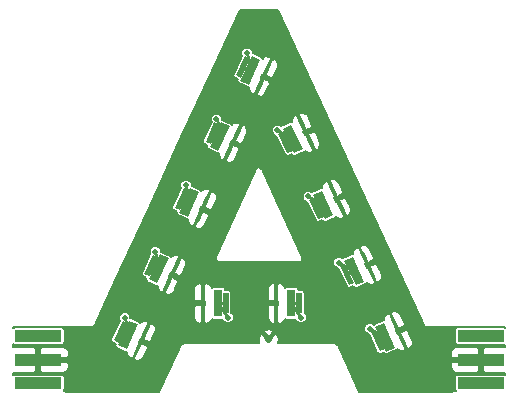
<source format=gtl>
G04 #@! TF.FileFunction,Copper,L1,Top,Signal*
%FSLAX46Y46*%
G04 Gerber Fmt 4.6, Leading zero omitted, Abs format (unit mm)*
G04 Created by KiCad (PCBNEW 4.0.0-rc2-stable) date 3/3/2016 3:07:13 PM*
%MOMM*%
G01*
G04 APERTURE LIST*
%ADD10C,0.150000*%
%ADD11C,0.500000*%
%ADD12R,0.500000X1.800000*%
%ADD13R,0.320000X2.300000*%
%ADD14R,0.800000X2.300000*%
%ADD15R,4.000000X1.000000*%
%ADD16C,0.600000*%
%ADD17C,0.254000*%
%ADD18C,0.152400*%
G04 APERTURE END LIST*
D10*
G36*
X65776097Y-24123475D02*
X66531023Y-22489435D01*
X66984923Y-22699137D01*
X66229997Y-24333177D01*
X65776097Y-24123475D01*
X65776097Y-24123475D01*
G37*
G36*
X67477769Y-25185038D02*
X68442395Y-23097097D01*
X68732891Y-23231306D01*
X67768265Y-25319247D01*
X67477769Y-25185038D01*
X67477769Y-25185038D01*
G37*
G36*
X66125147Y-24560127D02*
X67089773Y-22472187D01*
X67816013Y-22807709D01*
X66851387Y-24895649D01*
X66125147Y-24560127D01*
X66125147Y-24560127D01*
G37*
D11*
X66702233Y-22238066D03*
D10*
G36*
X63189047Y-29723164D02*
X63943973Y-28089124D01*
X64397873Y-28298826D01*
X63642947Y-29932866D01*
X63189047Y-29723164D01*
X63189047Y-29723164D01*
G37*
G36*
X64890719Y-30784727D02*
X65855345Y-28696786D01*
X66145841Y-28830995D01*
X65181215Y-30918936D01*
X64890719Y-30784727D01*
X64890719Y-30784727D01*
G37*
G36*
X63538097Y-30159816D02*
X64502723Y-28071876D01*
X65228963Y-28407398D01*
X64264337Y-30495338D01*
X63538097Y-30159816D01*
X63538097Y-30159816D01*
G37*
D11*
X64115183Y-27837755D03*
D10*
G36*
X60601997Y-35322856D02*
X61356923Y-33688816D01*
X61810823Y-33898518D01*
X61055897Y-35532558D01*
X60601997Y-35322856D01*
X60601997Y-35322856D01*
G37*
G36*
X62303669Y-36384419D02*
X63268295Y-34296478D01*
X63558791Y-34430687D01*
X62594165Y-36518628D01*
X62303669Y-36384419D01*
X62303669Y-36384419D01*
G37*
G36*
X60951047Y-35759508D02*
X61915673Y-33671568D01*
X62641913Y-34007090D01*
X61677287Y-36095030D01*
X60951047Y-35759508D01*
X60951047Y-35759508D01*
G37*
D11*
X61528133Y-33437447D03*
D10*
G36*
X58014937Y-40922551D02*
X58769863Y-39288511D01*
X59223763Y-39498213D01*
X58468837Y-41132253D01*
X58014937Y-40922551D01*
X58014937Y-40922551D01*
G37*
G36*
X59716609Y-41984114D02*
X60681235Y-39896173D01*
X60971731Y-40030382D01*
X60007105Y-42118323D01*
X59716609Y-41984114D01*
X59716609Y-41984114D01*
G37*
G36*
X58363987Y-41359203D02*
X59328613Y-39271263D01*
X60054853Y-39606785D01*
X59090227Y-41694725D01*
X58363987Y-41359203D01*
X58363987Y-41359203D01*
G37*
D11*
X58941073Y-39037142D03*
D10*
G36*
X55427883Y-46522236D02*
X56182809Y-44888196D01*
X56636709Y-45097898D01*
X55881783Y-46731938D01*
X55427883Y-46522236D01*
X55427883Y-46522236D01*
G37*
G36*
X57129555Y-47583799D02*
X58094181Y-45495858D01*
X58384677Y-45630067D01*
X57420051Y-47718008D01*
X57129555Y-47583799D01*
X57129555Y-47583799D01*
G37*
G36*
X55776933Y-46958888D02*
X56741559Y-44870948D01*
X57467799Y-45206470D01*
X56503173Y-47294410D01*
X55776933Y-46958888D01*
X55776933Y-46958888D01*
G37*
D11*
X56354019Y-44636827D03*
D12*
X71085150Y-43417575D03*
D13*
X69185150Y-43417649D03*
D14*
X70435150Y-43417600D03*
D11*
X71285197Y-44617567D03*
D12*
X64884924Y-43417819D03*
D13*
X62984924Y-43417893D03*
D14*
X64234924Y-43417844D03*
D11*
X65084971Y-44617811D03*
D10*
G36*
X70122901Y-30691341D02*
X69363042Y-29059589D01*
X69816307Y-28848517D01*
X70576166Y-30480269D01*
X70122901Y-30691341D01*
X70122901Y-30691341D01*
G37*
G36*
X72032430Y-30077907D02*
X71061499Y-27992891D01*
X71351588Y-27857805D01*
X72322519Y-29942821D01*
X72032430Y-30077907D01*
X72032430Y-30077907D01*
G37*
G36*
X70681702Y-30706902D02*
X69710771Y-28621885D01*
X70435994Y-28284170D01*
X71406925Y-30369187D01*
X70681702Y-30706902D01*
X70681702Y-30706902D01*
G37*
D11*
X69281726Y-28766524D03*
D10*
G36*
X72730201Y-36290366D02*
X71970342Y-34658614D01*
X72423607Y-34447542D01*
X73183466Y-36079294D01*
X72730201Y-36290366D01*
X72730201Y-36290366D01*
G37*
G36*
X74639730Y-35676932D02*
X73668799Y-33591916D01*
X73958888Y-33456830D01*
X74929819Y-35541846D01*
X74639730Y-35676932D01*
X74639730Y-35676932D01*
G37*
G36*
X73289002Y-36305927D02*
X72318071Y-34220910D01*
X73043294Y-33883195D01*
X74014225Y-35968212D01*
X73289002Y-36305927D01*
X73289002Y-36305927D01*
G37*
D11*
X71889026Y-34365549D03*
D10*
G36*
X75337501Y-41889388D02*
X74577642Y-40257636D01*
X75030907Y-40046564D01*
X75790766Y-41678316D01*
X75337501Y-41889388D01*
X75337501Y-41889388D01*
G37*
G36*
X77247030Y-41275954D02*
X76276099Y-39190938D01*
X76566188Y-39055852D01*
X77537119Y-41140868D01*
X77247030Y-41275954D01*
X77247030Y-41275954D01*
G37*
G36*
X75896302Y-41904949D02*
X74925371Y-39819932D01*
X75650594Y-39482217D01*
X76621525Y-41567234D01*
X75896302Y-41904949D01*
X75896302Y-41904949D01*
G37*
D11*
X74496326Y-39964571D03*
D10*
G36*
X77944797Y-47488411D02*
X77184938Y-45856659D01*
X77638203Y-45645587D01*
X78398062Y-47277339D01*
X77944797Y-47488411D01*
X77944797Y-47488411D01*
G37*
G36*
X79854326Y-46874977D02*
X78883395Y-44789961D01*
X79173484Y-44654875D01*
X80144415Y-46739891D01*
X79854326Y-46874977D01*
X79854326Y-46874977D01*
G37*
G36*
X78503598Y-47503972D02*
X77532667Y-45418955D01*
X78257890Y-45081240D01*
X79228821Y-47166257D01*
X78503598Y-47503972D01*
X78503598Y-47503972D01*
G37*
D11*
X77103622Y-45563594D03*
D15*
X86521140Y-50192207D03*
X86521140Y-48192207D03*
X86521140Y-46192207D03*
D16*
X85521140Y-50192207D03*
X85521140Y-48192207D03*
X85521140Y-46192207D03*
D15*
X49020840Y-46192207D03*
X49020840Y-48192207D03*
X49020840Y-50192207D03*
D16*
X50020840Y-46192207D03*
X50020840Y-48192207D03*
X50020840Y-50192207D03*
D11*
X68524475Y-46448397D03*
D17*
X66380000Y-23410000D02*
X66970000Y-23680000D01*
X66380000Y-23410000D02*
X66970000Y-23680000D01*
X66380000Y-23410000D02*
X66970000Y-23680000D01*
X66380000Y-23410000D02*
X66970000Y-23680000D01*
X66380000Y-23410000D02*
X66970000Y-23680000D01*
X66380000Y-23410000D02*
X66970000Y-23680000D01*
X66380000Y-23410000D02*
X66970000Y-23680000D01*
X66380000Y-23410000D02*
X66970000Y-23680000D01*
X66380000Y-23410000D02*
X66970000Y-23680000D01*
X66970000Y-23680000D02*
X66700000Y-22240000D01*
X66970000Y-23680000D02*
X66700000Y-22240000D01*
X66970000Y-23680000D02*
X66700000Y-22240000D01*
X66970000Y-23680000D02*
X66700000Y-22240000D01*
X66970000Y-23680000D02*
X66700000Y-22240000D01*
X66970000Y-23680000D02*
X66700000Y-22240000D01*
X66970000Y-23680000D02*
X66700000Y-22240000D01*
X66970000Y-23680000D02*
X66700000Y-22240000D01*
X66970000Y-23680000D02*
X66700000Y-22240000D01*
X63790000Y-29010000D02*
X64380000Y-29280000D01*
X63790000Y-29010000D02*
X64380000Y-29280000D01*
X63790000Y-29010000D02*
X64380000Y-29280000D01*
X63790000Y-29010000D02*
X64380000Y-29280000D01*
X63790000Y-29010000D02*
X64380000Y-29280000D01*
X63790000Y-29010000D02*
X64380000Y-29280000D01*
X63790000Y-29010000D02*
X64380000Y-29280000D01*
X63790000Y-29010000D02*
X64380000Y-29280000D01*
X63790000Y-29010000D02*
X64380000Y-29280000D01*
X64380000Y-29280000D02*
X64120000Y-27840000D01*
X64380000Y-29280000D02*
X64120000Y-27840000D01*
X64380000Y-29280000D02*
X64120000Y-27840000D01*
X64380000Y-29280000D02*
X64120000Y-27840000D01*
X64380000Y-29280000D02*
X64120000Y-27840000D01*
X64380000Y-29280000D02*
X64120000Y-27840000D01*
X64380000Y-29280000D02*
X64120000Y-27840000D01*
X64380000Y-29280000D02*
X64120000Y-27840000D01*
X64380000Y-29280000D02*
X64120000Y-27840000D01*
X61210000Y-34610000D02*
X61800000Y-34880000D01*
X61210000Y-34610000D02*
X61800000Y-34880000D01*
X61210000Y-34610000D02*
X61800000Y-34880000D01*
X61210000Y-34610000D02*
X61800000Y-34880000D01*
X61210000Y-34610000D02*
X61800000Y-34880000D01*
X61210000Y-34610000D02*
X61800000Y-34880000D01*
X61210000Y-34610000D02*
X61800000Y-34880000D01*
X61210000Y-34610000D02*
X61800000Y-34880000D01*
X61210000Y-34610000D02*
X61800000Y-34880000D01*
X61800000Y-34880000D02*
X61530000Y-33440000D01*
X61800000Y-34880000D02*
X61530000Y-33440000D01*
X61800000Y-34880000D02*
X61530000Y-33440000D01*
X61800000Y-34880000D02*
X61530000Y-33440000D01*
X61800000Y-34880000D02*
X61530000Y-33440000D01*
X61800000Y-34880000D02*
X61530000Y-33440000D01*
X61800000Y-34880000D02*
X61530000Y-33440000D01*
X61800000Y-34880000D02*
X61530000Y-33440000D01*
X61800000Y-34880000D02*
X61530000Y-33440000D01*
X58620000Y-40210000D02*
X59210000Y-40480000D01*
X58620000Y-40210000D02*
X59210000Y-40480000D01*
X58620000Y-40210000D02*
X59210000Y-40480000D01*
X58620000Y-40210000D02*
X59210000Y-40480000D01*
X58620000Y-40210000D02*
X59210000Y-40480000D01*
X58620000Y-40210000D02*
X59210000Y-40480000D01*
X58620000Y-40210000D02*
X59210000Y-40480000D01*
X58620000Y-40210000D02*
X59210000Y-40480000D01*
X58620000Y-40210000D02*
X59210000Y-40480000D01*
X59210000Y-40480000D02*
X58940000Y-39040000D01*
X59210000Y-40480000D02*
X58940000Y-39040000D01*
X59210000Y-40480000D02*
X58940000Y-39040000D01*
X59210000Y-40480000D02*
X58940000Y-39040000D01*
X59210000Y-40480000D02*
X58940000Y-39040000D01*
X59210000Y-40480000D02*
X58940000Y-39040000D01*
X59210000Y-40480000D02*
X58940000Y-39040000D01*
X59210000Y-40480000D02*
X58940000Y-39040000D01*
X59210000Y-40480000D02*
X58940000Y-39040000D01*
X56030000Y-45810000D02*
X56620000Y-46080000D01*
X56030000Y-45810000D02*
X56620000Y-46080000D01*
X56030000Y-45810000D02*
X56620000Y-46080000D01*
X56030000Y-45810000D02*
X56620000Y-46080000D01*
X56030000Y-45810000D02*
X56620000Y-46080000D01*
X56030000Y-45810000D02*
X56620000Y-46080000D01*
X56030000Y-45810000D02*
X56620000Y-46080000D01*
X56030000Y-45810000D02*
X56620000Y-46080000D01*
X56030000Y-45810000D02*
X56620000Y-46080000D01*
X56620000Y-46080000D02*
X56350000Y-44640000D01*
X56620000Y-46080000D02*
X56350000Y-44640000D01*
X56620000Y-46080000D02*
X56350000Y-44640000D01*
X56620000Y-46080000D02*
X56350000Y-44640000D01*
X56620000Y-46080000D02*
X56350000Y-44640000D01*
X56620000Y-46080000D02*
X56350000Y-44640000D01*
X56620000Y-46080000D02*
X56350000Y-44640000D01*
X56620000Y-46080000D02*
X56350000Y-44640000D01*
X56620000Y-46080000D02*
X56350000Y-44640000D01*
X71090000Y-43420000D02*
X70440000Y-43420000D01*
X71090000Y-43420000D02*
X70440000Y-43420000D01*
X71090000Y-43420000D02*
X70440000Y-43420000D01*
X71090000Y-43420000D02*
X70440000Y-43420000D01*
X71090000Y-43420000D02*
X70440000Y-43420000D01*
X71090000Y-43420000D02*
X70440000Y-43420000D01*
X71090000Y-43420000D02*
X70440000Y-43420000D01*
X71090000Y-43420000D02*
X70440000Y-43420000D01*
X71090000Y-43420000D02*
X70440000Y-43420000D01*
X70440000Y-43420000D02*
X71290000Y-44620000D01*
X70440000Y-43420000D02*
X71290000Y-44620000D01*
X70440000Y-43420000D02*
X71290000Y-44620000D01*
X70440000Y-43420000D02*
X71290000Y-44620000D01*
X70440000Y-43420000D02*
X71290000Y-44620000D01*
X70440000Y-43420000D02*
X71290000Y-44620000D01*
X70440000Y-43420000D02*
X71290000Y-44620000D01*
X70440000Y-43420000D02*
X71290000Y-44620000D01*
X70440000Y-43420000D02*
X71290000Y-44620000D01*
X64880000Y-43420000D02*
X64230000Y-43420000D01*
X64880000Y-43420000D02*
X64230000Y-43420000D01*
X64880000Y-43420000D02*
X64230000Y-43420000D01*
X64880000Y-43420000D02*
X64230000Y-43420000D01*
X64880000Y-43420000D02*
X64230000Y-43420000D01*
X64880000Y-43420000D02*
X64230000Y-43420000D01*
X64880000Y-43420000D02*
X64230000Y-43420000D01*
X64880000Y-43420000D02*
X64230000Y-43420000D01*
X64880000Y-43420000D02*
X64230000Y-43420000D01*
X64230000Y-43420000D02*
X65080000Y-44620000D01*
X64230000Y-43420000D02*
X65080000Y-44620000D01*
X64230000Y-43420000D02*
X65080000Y-44620000D01*
X64230000Y-43420000D02*
X65080000Y-44620000D01*
X64230000Y-43420000D02*
X65080000Y-44620000D01*
X64230000Y-43420000D02*
X65080000Y-44620000D01*
X64230000Y-43420000D02*
X65080000Y-44620000D01*
X64230000Y-43420000D02*
X65080000Y-44620000D01*
X64230000Y-43420000D02*
X65080000Y-44620000D01*
X69970000Y-29770000D02*
X70560000Y-29500000D01*
X69970000Y-29770000D02*
X70560000Y-29500000D01*
X69970000Y-29770000D02*
X70560000Y-29500000D01*
X69970000Y-29770000D02*
X70560000Y-29500000D01*
X69970000Y-29770000D02*
X70560000Y-29500000D01*
X69970000Y-29770000D02*
X70560000Y-29500000D01*
X69970000Y-29770000D02*
X70560000Y-29500000D01*
X69970000Y-29770000D02*
X70560000Y-29500000D01*
X69970000Y-29770000D02*
X70560000Y-29500000D01*
X70560000Y-29500000D02*
X69280000Y-28770000D01*
X70560000Y-29500000D02*
X69280000Y-28770000D01*
X70560000Y-29500000D02*
X69280000Y-28770000D01*
X70560000Y-29500000D02*
X69280000Y-28770000D01*
X70560000Y-29500000D02*
X69280000Y-28770000D01*
X70560000Y-29500000D02*
X69280000Y-28770000D01*
X70560000Y-29500000D02*
X69280000Y-28770000D01*
X70560000Y-29500000D02*
X69280000Y-28770000D01*
X70560000Y-29500000D02*
X69280000Y-28770000D01*
X72580000Y-35370000D02*
X73170000Y-35090000D01*
X72580000Y-35370000D02*
X73170000Y-35090000D01*
X72580000Y-35370000D02*
X73170000Y-35090000D01*
X72580000Y-35370000D02*
X73170000Y-35090000D01*
X72580000Y-35370000D02*
X73170000Y-35090000D01*
X72580000Y-35370000D02*
X73170000Y-35090000D01*
X72580000Y-35370000D02*
X73170000Y-35090000D01*
X72580000Y-35370000D02*
X73170000Y-35090000D01*
X72580000Y-35370000D02*
X73170000Y-35090000D01*
X73170000Y-35090000D02*
X71890000Y-34370000D01*
X73170000Y-35090000D02*
X71890000Y-34370000D01*
X73170000Y-35090000D02*
X71890000Y-34370000D01*
X73170000Y-35090000D02*
X71890000Y-34370000D01*
X73170000Y-35090000D02*
X71890000Y-34370000D01*
X73170000Y-35090000D02*
X71890000Y-34370000D01*
X73170000Y-35090000D02*
X71890000Y-34370000D01*
X73170000Y-35090000D02*
X71890000Y-34370000D01*
X73170000Y-35090000D02*
X71890000Y-34370000D01*
X75180000Y-40970000D02*
X75770000Y-40690000D01*
X75180000Y-40970000D02*
X75770000Y-40690000D01*
X75180000Y-40970000D02*
X75770000Y-40690000D01*
X75180000Y-40970000D02*
X75770000Y-40690000D01*
X75180000Y-40970000D02*
X75770000Y-40690000D01*
X75180000Y-40970000D02*
X75770000Y-40690000D01*
X75180000Y-40970000D02*
X75770000Y-40690000D01*
X75180000Y-40970000D02*
X75770000Y-40690000D01*
X75180000Y-40970000D02*
X75770000Y-40690000D01*
X75770000Y-40690000D02*
X74500000Y-39960000D01*
X75770000Y-40690000D02*
X74500000Y-39960000D01*
X75770000Y-40690000D02*
X74500000Y-39960000D01*
X75770000Y-40690000D02*
X74500000Y-39960000D01*
X75770000Y-40690000D02*
X74500000Y-39960000D01*
X75770000Y-40690000D02*
X74500000Y-39960000D01*
X75770000Y-40690000D02*
X74500000Y-39960000D01*
X75770000Y-40690000D02*
X74500000Y-39960000D01*
X75770000Y-40690000D02*
X74500000Y-39960000D01*
X77790000Y-46570000D02*
X78380000Y-46290000D01*
X77790000Y-46570000D02*
X78380000Y-46290000D01*
X77790000Y-46570000D02*
X78380000Y-46290000D01*
X77790000Y-46570000D02*
X78380000Y-46290000D01*
X77790000Y-46570000D02*
X78380000Y-46290000D01*
X77790000Y-46570000D02*
X78380000Y-46290000D01*
X77790000Y-46570000D02*
X78380000Y-46290000D01*
X77790000Y-46570000D02*
X78380000Y-46290000D01*
X77790000Y-46570000D02*
X78380000Y-46290000D01*
X78380000Y-46290000D02*
X77100000Y-45560000D01*
X78380000Y-46290000D02*
X77100000Y-45560000D01*
X78380000Y-46290000D02*
X77100000Y-45560000D01*
X78380000Y-46290000D02*
X77100000Y-45560000D01*
X78380000Y-46290000D02*
X77100000Y-45560000D01*
X78380000Y-46290000D02*
X77100000Y-45560000D01*
X78380000Y-46290000D02*
X77100000Y-45560000D01*
X78380000Y-46290000D02*
X77100000Y-45560000D01*
X78380000Y-46290000D02*
X77100000Y-45560000D01*
D18*
G36*
X81667194Y-45267078D02*
X81695917Y-45306467D01*
X81723000Y-45347000D01*
X81727823Y-45350223D01*
X81731242Y-45354911D01*
X81772849Y-45380308D01*
X81813384Y-45407393D01*
X81819075Y-45408525D01*
X81824026Y-45411547D01*
X81872185Y-45419089D01*
X81920000Y-45428600D01*
X88551400Y-45428600D01*
X88551400Y-45465257D01*
X88521140Y-45459129D01*
X84521140Y-45459129D01*
X84436426Y-45475069D01*
X84358622Y-45525135D01*
X84306425Y-45601527D01*
X84288062Y-45692207D01*
X84288062Y-46692207D01*
X84304002Y-46776921D01*
X84354068Y-46854725D01*
X84430460Y-46906922D01*
X84521140Y-46925285D01*
X88521140Y-46925285D01*
X88551400Y-46919591D01*
X88551400Y-47108007D01*
X86844990Y-47108007D01*
X86698940Y-47254057D01*
X86698940Y-48014407D01*
X86718940Y-48014407D01*
X86718940Y-48370007D01*
X86698940Y-48370007D01*
X86698940Y-49130357D01*
X86844990Y-49276407D01*
X88551400Y-49276407D01*
X88551400Y-49465257D01*
X88521140Y-49459129D01*
X84521140Y-49459129D01*
X84436426Y-49475069D01*
X84358622Y-49525135D01*
X84306425Y-49601527D01*
X84288062Y-49692207D01*
X84288062Y-50692207D01*
X84304002Y-50776921D01*
X84354068Y-50854725D01*
X84378472Y-50871400D01*
X84140000Y-50871400D01*
X84089726Y-50881400D01*
X76207588Y-50881400D01*
X74382557Y-46962387D01*
X74353925Y-46923296D01*
X74327000Y-46883000D01*
X74321929Y-46879611D01*
X74318324Y-46874690D01*
X74276908Y-46849529D01*
X74236616Y-46822607D01*
X74230633Y-46821417D01*
X74225420Y-46818250D01*
X74177528Y-46810854D01*
X74130000Y-46801400D01*
X69290388Y-46801400D01*
X69371719Y-46523250D01*
X69335871Y-46193326D01*
X69278581Y-46055016D01*
X69103111Y-46046538D01*
X68701252Y-46448397D01*
X68752730Y-46499875D01*
X68575953Y-46676652D01*
X68524475Y-46625174D01*
X68472998Y-46676652D01*
X68296221Y-46499875D01*
X68347698Y-46448397D01*
X67945839Y-46046538D01*
X67770369Y-46055016D01*
X67677231Y-46373544D01*
X67713079Y-46703468D01*
X67753644Y-46801400D01*
X61340000Y-46801400D01*
X61292474Y-46810853D01*
X61244579Y-46818250D01*
X61239366Y-46821417D01*
X61233384Y-46822607D01*
X61193096Y-46849527D01*
X61151676Y-46874690D01*
X61148071Y-46879611D01*
X61143000Y-46883000D01*
X61116071Y-46923302D01*
X61087443Y-46962388D01*
X59262412Y-50881400D01*
X51380274Y-50881400D01*
X51330000Y-50871400D01*
X51164522Y-50871400D01*
X51183358Y-50859279D01*
X51235555Y-50782887D01*
X51253918Y-50692207D01*
X51253918Y-49692207D01*
X51237978Y-49607493D01*
X51187912Y-49529689D01*
X51111520Y-49477492D01*
X51020840Y-49459129D01*
X47020840Y-49459129D01*
X46936126Y-49475069D01*
X46908600Y-49492782D01*
X46908600Y-49276407D01*
X48696990Y-49276407D01*
X48843040Y-49130357D01*
X48843040Y-48370007D01*
X48823040Y-48370007D01*
X48823040Y-48130540D01*
X49121428Y-48130540D01*
X49166293Y-48479424D01*
X49198640Y-48557517D01*
X49198640Y-49130357D01*
X49344690Y-49276407D01*
X51137044Y-49276407D01*
X51351762Y-49187468D01*
X51516101Y-49023130D01*
X51605040Y-48808412D01*
X51605040Y-48516057D01*
X51458990Y-48370007D01*
X50888760Y-48370007D01*
X50920252Y-48253874D01*
X50889458Y-48014407D01*
X51458990Y-48014407D01*
X51605040Y-47868357D01*
X51605040Y-47576002D01*
X51516101Y-47361284D01*
X51351762Y-47196946D01*
X51137044Y-47108007D01*
X49344690Y-47108007D01*
X49198640Y-47254057D01*
X49198640Y-47845809D01*
X49121428Y-48130540D01*
X48823040Y-48130540D01*
X48823040Y-48014407D01*
X48843040Y-48014407D01*
X48843040Y-47254057D01*
X48696990Y-47108007D01*
X46908600Y-47108007D01*
X46908600Y-46892191D01*
X46930160Y-46906922D01*
X47020840Y-46925285D01*
X51020840Y-46925285D01*
X51105554Y-46909345D01*
X51183358Y-46859279D01*
X51235555Y-46782887D01*
X51253918Y-46692207D01*
X51253918Y-46508071D01*
X55195236Y-46508071D01*
X55208054Y-46599700D01*
X55255511Y-46679122D01*
X55330129Y-46733824D01*
X55572442Y-46845773D01*
X55565345Y-46861134D01*
X55544286Y-46944723D01*
X55557104Y-47036352D01*
X55604561Y-47115775D01*
X55679179Y-47170476D01*
X56405419Y-47505998D01*
X56489008Y-47527057D01*
X56547489Y-47518876D01*
X56541167Y-47676496D01*
X56621429Y-47894607D01*
X56779048Y-48065399D01*
X56824579Y-48086434D01*
X56836063Y-48082208D01*
X57163665Y-48082208D01*
X57234996Y-48276046D01*
X57280526Y-48297081D01*
X57512749Y-48306396D01*
X57730859Y-48226133D01*
X57901651Y-48068513D01*
X57999124Y-47857532D01*
X58296877Y-47213044D01*
X58225547Y-47019206D01*
X57755170Y-46801892D01*
X57163665Y-48082208D01*
X56836063Y-48082208D01*
X57018417Y-48015104D01*
X57609922Y-46734788D01*
X57537298Y-46701236D01*
X57639934Y-46479078D01*
X57904310Y-46479078D01*
X58374687Y-46696392D01*
X58568525Y-46625062D01*
X58866278Y-45980573D01*
X58917473Y-45869761D01*
X68122616Y-45869761D01*
X68524475Y-46271620D01*
X68926334Y-45869761D01*
X68917856Y-45694291D01*
X68795029Y-45658376D01*
X76624939Y-45658376D01*
X76697648Y-45834345D01*
X76832163Y-45969094D01*
X77008005Y-46042110D01*
X77014189Y-46042115D01*
X77733505Y-47586803D01*
X77783717Y-47656870D01*
X77861947Y-47706267D01*
X77953233Y-47721336D01*
X78043189Y-47699703D01*
X78285162Y-47587023D01*
X78292306Y-47602364D01*
X78342518Y-47672431D01*
X78420748Y-47721828D01*
X78512034Y-47736897D01*
X78601990Y-47715264D01*
X78901046Y-47576002D01*
X83936940Y-47576002D01*
X83936940Y-47868357D01*
X84082990Y-48014407D01*
X84653220Y-48014407D01*
X84621728Y-48130540D01*
X84652522Y-48370007D01*
X84082990Y-48370007D01*
X83936940Y-48516057D01*
X83936940Y-48808412D01*
X84025879Y-49023130D01*
X84190218Y-49187468D01*
X84404936Y-49276407D01*
X86197290Y-49276407D01*
X86343340Y-49130357D01*
X86343340Y-48538605D01*
X86420552Y-48253874D01*
X86375687Y-47904990D01*
X86343340Y-47826897D01*
X86343340Y-47254057D01*
X86197290Y-47108007D01*
X84404936Y-47108007D01*
X84190218Y-47196946D01*
X84025879Y-47361284D01*
X83936940Y-47576002D01*
X78901046Y-47576002D01*
X79327213Y-47377549D01*
X79397280Y-47327337D01*
X79428808Y-47277407D01*
X79545054Y-47384039D01*
X79763406Y-47463643D01*
X79995599Y-47453627D01*
X80041066Y-47432454D01*
X80111810Y-47238401D01*
X79516440Y-45959878D01*
X79443917Y-45993650D01*
X79396738Y-45892335D01*
X79661484Y-45892335D01*
X80256855Y-47170858D01*
X80450908Y-47241603D01*
X80496375Y-47220430D01*
X80653478Y-47049162D01*
X80733080Y-46830810D01*
X80723064Y-46598617D01*
X80624954Y-46387932D01*
X80325255Y-45744346D01*
X80131202Y-45673602D01*
X79661484Y-45892335D01*
X79396738Y-45892335D01*
X79293803Y-45671289D01*
X79366326Y-45637517D01*
X78770955Y-44358994D01*
X78585686Y-44291451D01*
X78916000Y-44291451D01*
X79511370Y-45569974D01*
X79981088Y-45351240D01*
X80051833Y-45157187D01*
X79752134Y-44513602D01*
X79654024Y-44302916D01*
X79482756Y-44145813D01*
X79264404Y-44066209D01*
X79032211Y-44076225D01*
X78986744Y-44097398D01*
X78916000Y-44291451D01*
X78585686Y-44291451D01*
X78576902Y-44288249D01*
X78531435Y-44309422D01*
X78374332Y-44480690D01*
X78294730Y-44699042D01*
X78301540Y-44856913D01*
X78249454Y-44848315D01*
X78159498Y-44869948D01*
X77434275Y-45207663D01*
X77428614Y-45211720D01*
X77375081Y-45158094D01*
X77199239Y-45085078D01*
X77008840Y-45084911D01*
X76832871Y-45157620D01*
X76698122Y-45292135D01*
X76625106Y-45467977D01*
X76624939Y-45658376D01*
X68795029Y-45658376D01*
X68599328Y-45601153D01*
X68269404Y-45637001D01*
X68131094Y-45694291D01*
X68122616Y-45869761D01*
X58917473Y-45869761D01*
X58963751Y-45769592D01*
X58973065Y-45537370D01*
X58892803Y-45319259D01*
X58735184Y-45148467D01*
X58689653Y-45127432D01*
X58495815Y-45198762D01*
X57904310Y-46479078D01*
X57639934Y-46479078D01*
X57686438Y-46378422D01*
X57759062Y-46411974D01*
X58350567Y-45131658D01*
X58279236Y-44937820D01*
X58233706Y-44916785D01*
X58001483Y-44907470D01*
X57783373Y-44987733D01*
X57667249Y-45094901D01*
X57640171Y-45049583D01*
X57565553Y-44994882D01*
X56839313Y-44659360D01*
X56832601Y-44657669D01*
X56832702Y-44542045D01*
X56759993Y-44366076D01*
X56625478Y-44231327D01*
X56449636Y-44158311D01*
X56259237Y-44158144D01*
X56083268Y-44230853D01*
X55948519Y-44365368D01*
X55875503Y-44541210D01*
X55875336Y-44731609D01*
X55933437Y-44872225D01*
X55216295Y-46424482D01*
X55195236Y-46508071D01*
X51253918Y-46508071D01*
X51253918Y-45692207D01*
X51237978Y-45607493D01*
X51187912Y-45529689D01*
X51111520Y-45477492D01*
X51020840Y-45459129D01*
X47020840Y-45459129D01*
X46936126Y-45475069D01*
X46908600Y-45492782D01*
X46908600Y-45428600D01*
X53540000Y-45428600D01*
X53587977Y-45419057D01*
X53636295Y-45411429D01*
X53641094Y-45408491D01*
X53646616Y-45407393D01*
X53687289Y-45380216D01*
X53729010Y-45354679D01*
X53732321Y-45350126D01*
X53737000Y-45347000D01*
X53764175Y-45306330D01*
X53792949Y-45266768D01*
X54496924Y-43741772D01*
X62240737Y-43741772D01*
X62240764Y-44451717D01*
X62240773Y-44684126D01*
X62329721Y-44898841D01*
X62494065Y-45063173D01*
X62708786Y-45152104D01*
X62758941Y-45152102D01*
X62904986Y-45006046D01*
X62904931Y-43595696D01*
X62386781Y-43595716D01*
X62240737Y-43741772D01*
X54496924Y-43741772D01*
X55804884Y-40908386D01*
X57782290Y-40908386D01*
X57795108Y-41000015D01*
X57842565Y-41079437D01*
X57917183Y-41134139D01*
X58159496Y-41246088D01*
X58152399Y-41261449D01*
X58131340Y-41345038D01*
X58144158Y-41436667D01*
X58191615Y-41516090D01*
X58266233Y-41570791D01*
X58992473Y-41906313D01*
X59076062Y-41927372D01*
X59134543Y-41919191D01*
X59128221Y-42076811D01*
X59208483Y-42294922D01*
X59366102Y-42465714D01*
X59411633Y-42486749D01*
X59423117Y-42482523D01*
X59750719Y-42482523D01*
X59822050Y-42676361D01*
X59867580Y-42697396D01*
X60099803Y-42706711D01*
X60317913Y-42626448D01*
X60488705Y-42468828D01*
X60586178Y-42257847D01*
X60635209Y-42151718D01*
X62240675Y-42151718D01*
X62240684Y-42384127D01*
X62240711Y-43094072D01*
X62386767Y-43240116D01*
X62904917Y-43240096D01*
X62904862Y-41829746D01*
X62904856Y-41829740D01*
X63064862Y-41829740D01*
X63064917Y-43240090D01*
X63144917Y-43240087D01*
X63144931Y-43595687D01*
X63064931Y-43595690D01*
X63064986Y-45006040D01*
X63211041Y-45152084D01*
X63261196Y-45152082D01*
X63475911Y-45063135D01*
X63640243Y-44898789D01*
X63700708Y-44752797D01*
X63744297Y-44782578D01*
X63834978Y-44800938D01*
X64634978Y-44800906D01*
X64642215Y-44799544D01*
X64678997Y-44888562D01*
X64813512Y-45023311D01*
X64989354Y-45096327D01*
X65179753Y-45096494D01*
X65355722Y-45023785D01*
X65490471Y-44889270D01*
X65563487Y-44713428D01*
X65563654Y-44523029D01*
X65490945Y-44347060D01*
X65368033Y-44223935D01*
X65368015Y-43741528D01*
X68440963Y-43741528D01*
X68440990Y-44451473D01*
X68440999Y-44683882D01*
X68529947Y-44898597D01*
X68694291Y-45062929D01*
X68909012Y-45151860D01*
X68959167Y-45151858D01*
X69105212Y-45005802D01*
X69105157Y-43595452D01*
X68587007Y-43595472D01*
X68440963Y-43741528D01*
X65368015Y-43741528D01*
X65367967Y-42517800D01*
X65352024Y-42433086D01*
X65301955Y-42355284D01*
X65225561Y-42303091D01*
X65134880Y-42284731D01*
X64867958Y-42284742D01*
X64867957Y-42267819D01*
X64852014Y-42183105D01*
X64831659Y-42151474D01*
X68440901Y-42151474D01*
X68440910Y-42383883D01*
X68440937Y-43093828D01*
X68586993Y-43239872D01*
X69105143Y-43239852D01*
X69105088Y-41829502D01*
X69105082Y-41829496D01*
X69265088Y-41829496D01*
X69265143Y-43239846D01*
X69345143Y-43239843D01*
X69345157Y-43595443D01*
X69265157Y-43595446D01*
X69265212Y-45005796D01*
X69411267Y-45151840D01*
X69461422Y-45151838D01*
X69676137Y-45062891D01*
X69840469Y-44898545D01*
X69900934Y-44752553D01*
X69944523Y-44782334D01*
X70035204Y-44800694D01*
X70835204Y-44800662D01*
X70842441Y-44799300D01*
X70879223Y-44888318D01*
X71013738Y-45023067D01*
X71189580Y-45096083D01*
X71379979Y-45096250D01*
X71555948Y-45023541D01*
X71690697Y-44889026D01*
X71763713Y-44713184D01*
X71763880Y-44522785D01*
X71691171Y-44346816D01*
X71568259Y-44223691D01*
X71568193Y-42517556D01*
X71552250Y-42432842D01*
X71502181Y-42355040D01*
X71425787Y-42302847D01*
X71335106Y-42284487D01*
X71068184Y-42284498D01*
X71068183Y-42267575D01*
X71052240Y-42182861D01*
X71002171Y-42105059D01*
X70925777Y-42052866D01*
X70835096Y-42034506D01*
X70035096Y-42034538D01*
X69950383Y-42050481D01*
X69900726Y-42082437D01*
X69840353Y-41936701D01*
X69676009Y-41772369D01*
X69461288Y-41683438D01*
X69411133Y-41683440D01*
X69265088Y-41829496D01*
X69105082Y-41829496D01*
X68959033Y-41683458D01*
X68908878Y-41683460D01*
X68694163Y-41772407D01*
X68529831Y-41936753D01*
X68440901Y-42151474D01*
X64831659Y-42151474D01*
X64801945Y-42105303D01*
X64725551Y-42053110D01*
X64634870Y-42034750D01*
X63834870Y-42034782D01*
X63750157Y-42050725D01*
X63700500Y-42082681D01*
X63640127Y-41936945D01*
X63475783Y-41772613D01*
X63261062Y-41683682D01*
X63210907Y-41683684D01*
X63064862Y-41829740D01*
X62904856Y-41829740D01*
X62758807Y-41683702D01*
X62708652Y-41683704D01*
X62493937Y-41772651D01*
X62329605Y-41936997D01*
X62240675Y-42151718D01*
X60635209Y-42151718D01*
X60883931Y-41613359D01*
X60812601Y-41419521D01*
X60342224Y-41202207D01*
X59750719Y-42482523D01*
X59423117Y-42482523D01*
X59605471Y-42415419D01*
X60196976Y-41135103D01*
X60124352Y-41101551D01*
X60226988Y-40879393D01*
X60491364Y-40879393D01*
X60961741Y-41096707D01*
X61155579Y-41025377D01*
X61453332Y-40380888D01*
X61550805Y-40169907D01*
X61555239Y-40059353D01*
X74017643Y-40059353D01*
X74090352Y-40235322D01*
X74224867Y-40370071D01*
X74400709Y-40443087D01*
X74406893Y-40443092D01*
X75126209Y-41987780D01*
X75176421Y-42057847D01*
X75254651Y-42107244D01*
X75345937Y-42122313D01*
X75435893Y-42100680D01*
X75677866Y-41988000D01*
X75685010Y-42003341D01*
X75735222Y-42073408D01*
X75813452Y-42122805D01*
X75904738Y-42137874D01*
X75994694Y-42116241D01*
X76719917Y-41778526D01*
X76789984Y-41728314D01*
X76821512Y-41678384D01*
X76937758Y-41785016D01*
X77156110Y-41864620D01*
X77388303Y-41854604D01*
X77433770Y-41833431D01*
X77504514Y-41639378D01*
X76909144Y-40360855D01*
X76836621Y-40394627D01*
X76789442Y-40293312D01*
X77054188Y-40293312D01*
X77649559Y-41571835D01*
X77843612Y-41642580D01*
X77889079Y-41621407D01*
X78046182Y-41450139D01*
X78125784Y-41231787D01*
X78115768Y-40999594D01*
X78017658Y-40788909D01*
X77717959Y-40145323D01*
X77523906Y-40074579D01*
X77054188Y-40293312D01*
X76789442Y-40293312D01*
X76686507Y-40072266D01*
X76759030Y-40038494D01*
X76163659Y-38759971D01*
X75978390Y-38692428D01*
X76308704Y-38692428D01*
X76904074Y-39970951D01*
X77373792Y-39752217D01*
X77444537Y-39558164D01*
X77144838Y-38914579D01*
X77046728Y-38703893D01*
X76875460Y-38546790D01*
X76657108Y-38467186D01*
X76424915Y-38477202D01*
X76379448Y-38498375D01*
X76308704Y-38692428D01*
X75978390Y-38692428D01*
X75969606Y-38689226D01*
X75924139Y-38710399D01*
X75767036Y-38881667D01*
X75687434Y-39100019D01*
X75694244Y-39257890D01*
X75642158Y-39249292D01*
X75552202Y-39270925D01*
X74826979Y-39608640D01*
X74821318Y-39612697D01*
X74767785Y-39559071D01*
X74591943Y-39486055D01*
X74401544Y-39485888D01*
X74225575Y-39558597D01*
X74090826Y-39693112D01*
X74017810Y-39868954D01*
X74017643Y-40059353D01*
X61555239Y-40059353D01*
X61560119Y-39937685D01*
X61479857Y-39719574D01*
X61387964Y-39620000D01*
X64071400Y-39620000D01*
X64081248Y-39669508D01*
X64089697Y-39719301D01*
X64091826Y-39722691D01*
X64092607Y-39726616D01*
X64120652Y-39768588D01*
X64147512Y-39811355D01*
X64150777Y-39813672D01*
X64153000Y-39817000D01*
X64194977Y-39845048D01*
X64236154Y-39874278D01*
X64240056Y-39875170D01*
X64243384Y-39877393D01*
X64292902Y-39887243D01*
X64342129Y-39898489D01*
X64346075Y-39897819D01*
X64350000Y-39898600D01*
X71120000Y-39898600D01*
X71125310Y-39897544D01*
X71130657Y-39898396D01*
X71178430Y-39886978D01*
X71226616Y-39877393D01*
X71231118Y-39874385D01*
X71236384Y-39873126D01*
X71276155Y-39844292D01*
X71317000Y-39817000D01*
X71320008Y-39812499D01*
X71324392Y-39809320D01*
X71350100Y-39767462D01*
X71377393Y-39726616D01*
X71378450Y-39721304D01*
X71381283Y-39716691D01*
X71389016Y-39668182D01*
X71398600Y-39620000D01*
X71397544Y-39614689D01*
X71398396Y-39609343D01*
X71386978Y-39561570D01*
X71377393Y-39513384D01*
X71374385Y-39508882D01*
X71373126Y-39503616D01*
X69054297Y-34460331D01*
X71410343Y-34460331D01*
X71483052Y-34636300D01*
X71617567Y-34771049D01*
X71793409Y-34844065D01*
X71799593Y-34844070D01*
X72518909Y-36388758D01*
X72569121Y-36458825D01*
X72647351Y-36508222D01*
X72738637Y-36523291D01*
X72828593Y-36501658D01*
X73070566Y-36388978D01*
X73077710Y-36404319D01*
X73127922Y-36474386D01*
X73206152Y-36523783D01*
X73297438Y-36538852D01*
X73387394Y-36517219D01*
X74112617Y-36179504D01*
X74182684Y-36129292D01*
X74214212Y-36079362D01*
X74330458Y-36185994D01*
X74548810Y-36265598D01*
X74781003Y-36255582D01*
X74826470Y-36234409D01*
X74897214Y-36040356D01*
X74301844Y-34761833D01*
X74229321Y-34795605D01*
X74182142Y-34694290D01*
X74446888Y-34694290D01*
X75042259Y-35972813D01*
X75236312Y-36043558D01*
X75281779Y-36022385D01*
X75438882Y-35851117D01*
X75518484Y-35632765D01*
X75508468Y-35400572D01*
X75410358Y-35189887D01*
X75110659Y-34546301D01*
X74916606Y-34475557D01*
X74446888Y-34694290D01*
X74182142Y-34694290D01*
X74079207Y-34473244D01*
X74151730Y-34439472D01*
X73556359Y-33160949D01*
X73371090Y-33093406D01*
X73701404Y-33093406D01*
X74296774Y-34371929D01*
X74766492Y-34153195D01*
X74837237Y-33959142D01*
X74537538Y-33315557D01*
X74439428Y-33104871D01*
X74268160Y-32947768D01*
X74049808Y-32868164D01*
X73817615Y-32878180D01*
X73772148Y-32899353D01*
X73701404Y-33093406D01*
X73371090Y-33093406D01*
X73362306Y-33090204D01*
X73316839Y-33111377D01*
X73159736Y-33282645D01*
X73080134Y-33500997D01*
X73086944Y-33658868D01*
X73034858Y-33650270D01*
X72944902Y-33671903D01*
X72219679Y-34009618D01*
X72214018Y-34013675D01*
X72160485Y-33960049D01*
X71984643Y-33887033D01*
X71794244Y-33886866D01*
X71618275Y-33959575D01*
X71483526Y-34094090D01*
X71410510Y-34269932D01*
X71410343Y-34460331D01*
X69054297Y-34460331D01*
X67943126Y-32043616D01*
X67916557Y-32006970D01*
X67892488Y-31968645D01*
X67889224Y-31966328D01*
X67887000Y-31963000D01*
X67882499Y-31959992D01*
X67879320Y-31955608D01*
X67840751Y-31931920D01*
X67803845Y-31905722D01*
X67799944Y-31904831D01*
X67796616Y-31902607D01*
X67791304Y-31901550D01*
X67786691Y-31898717D01*
X67741996Y-31891592D01*
X67697871Y-31881511D01*
X67693925Y-31882181D01*
X67690000Y-31881400D01*
X67684689Y-31882456D01*
X67679343Y-31881604D01*
X67635322Y-31892125D01*
X67590699Y-31899698D01*
X67587311Y-31901826D01*
X67583384Y-31902607D01*
X67578882Y-31905615D01*
X67573616Y-31906874D01*
X67536972Y-31933441D01*
X67498645Y-31957512D01*
X67496328Y-31960776D01*
X67493000Y-31963000D01*
X67489992Y-31967501D01*
X67485608Y-31970680D01*
X67461920Y-32009249D01*
X67435722Y-32046155D01*
X64095722Y-39506154D01*
X64094830Y-39510056D01*
X64092607Y-39513384D01*
X64082757Y-39562902D01*
X64071511Y-39612129D01*
X64072181Y-39616075D01*
X64071400Y-39620000D01*
X61387964Y-39620000D01*
X61322238Y-39548782D01*
X61276707Y-39527747D01*
X61082869Y-39599077D01*
X60491364Y-40879393D01*
X60226988Y-40879393D01*
X60273492Y-40778737D01*
X60346116Y-40812289D01*
X60937621Y-39531973D01*
X60866290Y-39338135D01*
X60820760Y-39317100D01*
X60588537Y-39307785D01*
X60370427Y-39388048D01*
X60254303Y-39495216D01*
X60227225Y-39449898D01*
X60152607Y-39395197D01*
X59426367Y-39059675D01*
X59419655Y-39057984D01*
X59419756Y-38942360D01*
X59347047Y-38766391D01*
X59212532Y-38631642D01*
X59036690Y-38558626D01*
X58846291Y-38558459D01*
X58670322Y-38631168D01*
X58535573Y-38765683D01*
X58462557Y-38941525D01*
X58462390Y-39131924D01*
X58520491Y-39272540D01*
X57803349Y-40824797D01*
X57782290Y-40908386D01*
X55804884Y-40908386D01*
X58389840Y-35308691D01*
X60369350Y-35308691D01*
X60382168Y-35400320D01*
X60429625Y-35479742D01*
X60504243Y-35534444D01*
X60746556Y-35646393D01*
X60739459Y-35661754D01*
X60718400Y-35745343D01*
X60731218Y-35836972D01*
X60778675Y-35916395D01*
X60853293Y-35971096D01*
X61579533Y-36306618D01*
X61663122Y-36327677D01*
X61721603Y-36319496D01*
X61715281Y-36477116D01*
X61795543Y-36695227D01*
X61953162Y-36866019D01*
X61998693Y-36887054D01*
X62010177Y-36882828D01*
X62337779Y-36882828D01*
X62409110Y-37076666D01*
X62454640Y-37097701D01*
X62686863Y-37107016D01*
X62904973Y-37026753D01*
X63075765Y-36869133D01*
X63173238Y-36658152D01*
X63470991Y-36013664D01*
X63399661Y-35819826D01*
X62929284Y-35602512D01*
X62337779Y-36882828D01*
X62010177Y-36882828D01*
X62192531Y-36815724D01*
X62784036Y-35535408D01*
X62711412Y-35501856D01*
X62814048Y-35279698D01*
X63078424Y-35279698D01*
X63548801Y-35497012D01*
X63742639Y-35425682D01*
X64040392Y-34781193D01*
X64137865Y-34570212D01*
X64147179Y-34337990D01*
X64066917Y-34119879D01*
X63909298Y-33949087D01*
X63863767Y-33928052D01*
X63669929Y-33999382D01*
X63078424Y-35279698D01*
X62814048Y-35279698D01*
X62860552Y-35179042D01*
X62933176Y-35212594D01*
X63524681Y-33932278D01*
X63453350Y-33738440D01*
X63407820Y-33717405D01*
X63175597Y-33708090D01*
X62957487Y-33788353D01*
X62841363Y-33895521D01*
X62814285Y-33850203D01*
X62739667Y-33795502D01*
X62013427Y-33459980D01*
X62006715Y-33458289D01*
X62006816Y-33342665D01*
X61934107Y-33166696D01*
X61799592Y-33031947D01*
X61623750Y-32958931D01*
X61433351Y-32958764D01*
X61257382Y-33031473D01*
X61122633Y-33165988D01*
X61049617Y-33341830D01*
X61049450Y-33532229D01*
X61107551Y-33672845D01*
X60390409Y-35225102D01*
X60369350Y-35308691D01*
X58389840Y-35308691D01*
X60974794Y-29708999D01*
X62956400Y-29708999D01*
X62969218Y-29800628D01*
X63016675Y-29880050D01*
X63091293Y-29934752D01*
X63333606Y-30046701D01*
X63326509Y-30062062D01*
X63305450Y-30145651D01*
X63318268Y-30237280D01*
X63365725Y-30316703D01*
X63440343Y-30371404D01*
X64166583Y-30706926D01*
X64250172Y-30727985D01*
X64308653Y-30719804D01*
X64302331Y-30877424D01*
X64382593Y-31095535D01*
X64540212Y-31266327D01*
X64585743Y-31287362D01*
X64597227Y-31283136D01*
X64924829Y-31283136D01*
X64996160Y-31476974D01*
X65041690Y-31498009D01*
X65273913Y-31507324D01*
X65492023Y-31427061D01*
X65662815Y-31269441D01*
X65760288Y-31058460D01*
X66058041Y-30413972D01*
X65986711Y-30220134D01*
X65516334Y-30002820D01*
X64924829Y-31283136D01*
X64597227Y-31283136D01*
X64779581Y-31216032D01*
X65371086Y-29935716D01*
X65298462Y-29902164D01*
X65401098Y-29680006D01*
X65665474Y-29680006D01*
X66135851Y-29897320D01*
X66329689Y-29825990D01*
X66627442Y-29181501D01*
X66724915Y-28970520D01*
X66729295Y-28861306D01*
X68803043Y-28861306D01*
X68875752Y-29037275D01*
X69010267Y-29172024D01*
X69186109Y-29245040D01*
X69192293Y-29245045D01*
X69911609Y-30789733D01*
X69961821Y-30859800D01*
X70040051Y-30909197D01*
X70131337Y-30924266D01*
X70221293Y-30902633D01*
X70463266Y-30789953D01*
X70470410Y-30805294D01*
X70520622Y-30875361D01*
X70598852Y-30924758D01*
X70690138Y-30939827D01*
X70780094Y-30918194D01*
X71505317Y-30580479D01*
X71575384Y-30530267D01*
X71606912Y-30480337D01*
X71723158Y-30586969D01*
X71941510Y-30666573D01*
X72173703Y-30656557D01*
X72219170Y-30635384D01*
X72289914Y-30441331D01*
X71694544Y-29162808D01*
X71622021Y-29196580D01*
X71574842Y-29095265D01*
X71839588Y-29095265D01*
X72434959Y-30373788D01*
X72629012Y-30444533D01*
X72674479Y-30423360D01*
X72831582Y-30252092D01*
X72911184Y-30033740D01*
X72901168Y-29801547D01*
X72803058Y-29590862D01*
X72503359Y-28947276D01*
X72309306Y-28876532D01*
X71839588Y-29095265D01*
X71574842Y-29095265D01*
X71471907Y-28874219D01*
X71544430Y-28840447D01*
X70949059Y-27561924D01*
X70763790Y-27494381D01*
X71094104Y-27494381D01*
X71689474Y-28772904D01*
X72159192Y-28554170D01*
X72229937Y-28360117D01*
X71930238Y-27716532D01*
X71832128Y-27505846D01*
X71660860Y-27348743D01*
X71442508Y-27269139D01*
X71210315Y-27279155D01*
X71164848Y-27300328D01*
X71094104Y-27494381D01*
X70763790Y-27494381D01*
X70755006Y-27491179D01*
X70709539Y-27512352D01*
X70552436Y-27683620D01*
X70472834Y-27901972D01*
X70479644Y-28059843D01*
X70427558Y-28051245D01*
X70337602Y-28072878D01*
X69612379Y-28410593D01*
X69606718Y-28414650D01*
X69553185Y-28361024D01*
X69377343Y-28288008D01*
X69186944Y-28287841D01*
X69010975Y-28360550D01*
X68876226Y-28495065D01*
X68803210Y-28670907D01*
X68803043Y-28861306D01*
X66729295Y-28861306D01*
X66734229Y-28738298D01*
X66653967Y-28520187D01*
X66496348Y-28349395D01*
X66450817Y-28328360D01*
X66256979Y-28399690D01*
X65665474Y-29680006D01*
X65401098Y-29680006D01*
X65447602Y-29579350D01*
X65520226Y-29612902D01*
X66111731Y-28332586D01*
X66040400Y-28138748D01*
X65994870Y-28117713D01*
X65762647Y-28108398D01*
X65544537Y-28188661D01*
X65428413Y-28295829D01*
X65401335Y-28250511D01*
X65326717Y-28195810D01*
X64600477Y-27860288D01*
X64593765Y-27858597D01*
X64593866Y-27742973D01*
X64521157Y-27567004D01*
X64386642Y-27432255D01*
X64210800Y-27359239D01*
X64020401Y-27359072D01*
X63844432Y-27431781D01*
X63709683Y-27566296D01*
X63636667Y-27742138D01*
X63636500Y-27932537D01*
X63694601Y-28073153D01*
X62977459Y-29625410D01*
X62956400Y-29708999D01*
X60974794Y-29708999D01*
X63559747Y-24109310D01*
X65543450Y-24109310D01*
X65556268Y-24200939D01*
X65603725Y-24280361D01*
X65678343Y-24335063D01*
X65920656Y-24447012D01*
X65913559Y-24462373D01*
X65892500Y-24545962D01*
X65905318Y-24637591D01*
X65952775Y-24717014D01*
X66027393Y-24771715D01*
X66753633Y-25107237D01*
X66837222Y-25128296D01*
X66895703Y-25120115D01*
X66889381Y-25277735D01*
X66969643Y-25495846D01*
X67127262Y-25666638D01*
X67172793Y-25687673D01*
X67184277Y-25683447D01*
X67511879Y-25683447D01*
X67583210Y-25877285D01*
X67628740Y-25898320D01*
X67860963Y-25907635D01*
X68079073Y-25827372D01*
X68249865Y-25669752D01*
X68347338Y-25458771D01*
X68645091Y-24814283D01*
X68573761Y-24620445D01*
X68103384Y-24403131D01*
X67511879Y-25683447D01*
X67184277Y-25683447D01*
X67366631Y-25616343D01*
X67958136Y-24336027D01*
X67885512Y-24302475D01*
X67988148Y-24080317D01*
X68252524Y-24080317D01*
X68722901Y-24297631D01*
X68916739Y-24226301D01*
X69214492Y-23581812D01*
X69311965Y-23370831D01*
X69321279Y-23138609D01*
X69241017Y-22920498D01*
X69083398Y-22749706D01*
X69037867Y-22728671D01*
X68844029Y-22800001D01*
X68252524Y-24080317D01*
X67988148Y-24080317D01*
X68034652Y-23979661D01*
X68107276Y-24013213D01*
X68698781Y-22732897D01*
X68627450Y-22539059D01*
X68581920Y-22518024D01*
X68349697Y-22508709D01*
X68131587Y-22588972D01*
X68015463Y-22696140D01*
X67988385Y-22650822D01*
X67913767Y-22596121D01*
X67187527Y-22260599D01*
X67180815Y-22258908D01*
X67180916Y-22143284D01*
X67108207Y-21967315D01*
X66973692Y-21832566D01*
X66797850Y-21759550D01*
X66607451Y-21759383D01*
X66431482Y-21832092D01*
X66296733Y-21966607D01*
X66223717Y-22142449D01*
X66223550Y-22332848D01*
X66281651Y-22473464D01*
X65564509Y-24025721D01*
X65543450Y-24109310D01*
X63559747Y-24109310D01*
X66108243Y-18588600D01*
X69311997Y-18588600D01*
X81667194Y-45267078D01*
X81667194Y-45267078D01*
G37*
X81667194Y-45267078D02*
X81695917Y-45306467D01*
X81723000Y-45347000D01*
X81727823Y-45350223D01*
X81731242Y-45354911D01*
X81772849Y-45380308D01*
X81813384Y-45407393D01*
X81819075Y-45408525D01*
X81824026Y-45411547D01*
X81872185Y-45419089D01*
X81920000Y-45428600D01*
X88551400Y-45428600D01*
X88551400Y-45465257D01*
X88521140Y-45459129D01*
X84521140Y-45459129D01*
X84436426Y-45475069D01*
X84358622Y-45525135D01*
X84306425Y-45601527D01*
X84288062Y-45692207D01*
X84288062Y-46692207D01*
X84304002Y-46776921D01*
X84354068Y-46854725D01*
X84430460Y-46906922D01*
X84521140Y-46925285D01*
X88521140Y-46925285D01*
X88551400Y-46919591D01*
X88551400Y-47108007D01*
X86844990Y-47108007D01*
X86698940Y-47254057D01*
X86698940Y-48014407D01*
X86718940Y-48014407D01*
X86718940Y-48370007D01*
X86698940Y-48370007D01*
X86698940Y-49130357D01*
X86844990Y-49276407D01*
X88551400Y-49276407D01*
X88551400Y-49465257D01*
X88521140Y-49459129D01*
X84521140Y-49459129D01*
X84436426Y-49475069D01*
X84358622Y-49525135D01*
X84306425Y-49601527D01*
X84288062Y-49692207D01*
X84288062Y-50692207D01*
X84304002Y-50776921D01*
X84354068Y-50854725D01*
X84378472Y-50871400D01*
X84140000Y-50871400D01*
X84089726Y-50881400D01*
X76207588Y-50881400D01*
X74382557Y-46962387D01*
X74353925Y-46923296D01*
X74327000Y-46883000D01*
X74321929Y-46879611D01*
X74318324Y-46874690D01*
X74276908Y-46849529D01*
X74236616Y-46822607D01*
X74230633Y-46821417D01*
X74225420Y-46818250D01*
X74177528Y-46810854D01*
X74130000Y-46801400D01*
X69290388Y-46801400D01*
X69371719Y-46523250D01*
X69335871Y-46193326D01*
X69278581Y-46055016D01*
X69103111Y-46046538D01*
X68701252Y-46448397D01*
X68752730Y-46499875D01*
X68575953Y-46676652D01*
X68524475Y-46625174D01*
X68472998Y-46676652D01*
X68296221Y-46499875D01*
X68347698Y-46448397D01*
X67945839Y-46046538D01*
X67770369Y-46055016D01*
X67677231Y-46373544D01*
X67713079Y-46703468D01*
X67753644Y-46801400D01*
X61340000Y-46801400D01*
X61292474Y-46810853D01*
X61244579Y-46818250D01*
X61239366Y-46821417D01*
X61233384Y-46822607D01*
X61193096Y-46849527D01*
X61151676Y-46874690D01*
X61148071Y-46879611D01*
X61143000Y-46883000D01*
X61116071Y-46923302D01*
X61087443Y-46962388D01*
X59262412Y-50881400D01*
X51380274Y-50881400D01*
X51330000Y-50871400D01*
X51164522Y-50871400D01*
X51183358Y-50859279D01*
X51235555Y-50782887D01*
X51253918Y-50692207D01*
X51253918Y-49692207D01*
X51237978Y-49607493D01*
X51187912Y-49529689D01*
X51111520Y-49477492D01*
X51020840Y-49459129D01*
X47020840Y-49459129D01*
X46936126Y-49475069D01*
X46908600Y-49492782D01*
X46908600Y-49276407D01*
X48696990Y-49276407D01*
X48843040Y-49130357D01*
X48843040Y-48370007D01*
X48823040Y-48370007D01*
X48823040Y-48130540D01*
X49121428Y-48130540D01*
X49166293Y-48479424D01*
X49198640Y-48557517D01*
X49198640Y-49130357D01*
X49344690Y-49276407D01*
X51137044Y-49276407D01*
X51351762Y-49187468D01*
X51516101Y-49023130D01*
X51605040Y-48808412D01*
X51605040Y-48516057D01*
X51458990Y-48370007D01*
X50888760Y-48370007D01*
X50920252Y-48253874D01*
X50889458Y-48014407D01*
X51458990Y-48014407D01*
X51605040Y-47868357D01*
X51605040Y-47576002D01*
X51516101Y-47361284D01*
X51351762Y-47196946D01*
X51137044Y-47108007D01*
X49344690Y-47108007D01*
X49198640Y-47254057D01*
X49198640Y-47845809D01*
X49121428Y-48130540D01*
X48823040Y-48130540D01*
X48823040Y-48014407D01*
X48843040Y-48014407D01*
X48843040Y-47254057D01*
X48696990Y-47108007D01*
X46908600Y-47108007D01*
X46908600Y-46892191D01*
X46930160Y-46906922D01*
X47020840Y-46925285D01*
X51020840Y-46925285D01*
X51105554Y-46909345D01*
X51183358Y-46859279D01*
X51235555Y-46782887D01*
X51253918Y-46692207D01*
X51253918Y-46508071D01*
X55195236Y-46508071D01*
X55208054Y-46599700D01*
X55255511Y-46679122D01*
X55330129Y-46733824D01*
X55572442Y-46845773D01*
X55565345Y-46861134D01*
X55544286Y-46944723D01*
X55557104Y-47036352D01*
X55604561Y-47115775D01*
X55679179Y-47170476D01*
X56405419Y-47505998D01*
X56489008Y-47527057D01*
X56547489Y-47518876D01*
X56541167Y-47676496D01*
X56621429Y-47894607D01*
X56779048Y-48065399D01*
X56824579Y-48086434D01*
X56836063Y-48082208D01*
X57163665Y-48082208D01*
X57234996Y-48276046D01*
X57280526Y-48297081D01*
X57512749Y-48306396D01*
X57730859Y-48226133D01*
X57901651Y-48068513D01*
X57999124Y-47857532D01*
X58296877Y-47213044D01*
X58225547Y-47019206D01*
X57755170Y-46801892D01*
X57163665Y-48082208D01*
X56836063Y-48082208D01*
X57018417Y-48015104D01*
X57609922Y-46734788D01*
X57537298Y-46701236D01*
X57639934Y-46479078D01*
X57904310Y-46479078D01*
X58374687Y-46696392D01*
X58568525Y-46625062D01*
X58866278Y-45980573D01*
X58917473Y-45869761D01*
X68122616Y-45869761D01*
X68524475Y-46271620D01*
X68926334Y-45869761D01*
X68917856Y-45694291D01*
X68795029Y-45658376D01*
X76624939Y-45658376D01*
X76697648Y-45834345D01*
X76832163Y-45969094D01*
X77008005Y-46042110D01*
X77014189Y-46042115D01*
X77733505Y-47586803D01*
X77783717Y-47656870D01*
X77861947Y-47706267D01*
X77953233Y-47721336D01*
X78043189Y-47699703D01*
X78285162Y-47587023D01*
X78292306Y-47602364D01*
X78342518Y-47672431D01*
X78420748Y-47721828D01*
X78512034Y-47736897D01*
X78601990Y-47715264D01*
X78901046Y-47576002D01*
X83936940Y-47576002D01*
X83936940Y-47868357D01*
X84082990Y-48014407D01*
X84653220Y-48014407D01*
X84621728Y-48130540D01*
X84652522Y-48370007D01*
X84082990Y-48370007D01*
X83936940Y-48516057D01*
X83936940Y-48808412D01*
X84025879Y-49023130D01*
X84190218Y-49187468D01*
X84404936Y-49276407D01*
X86197290Y-49276407D01*
X86343340Y-49130357D01*
X86343340Y-48538605D01*
X86420552Y-48253874D01*
X86375687Y-47904990D01*
X86343340Y-47826897D01*
X86343340Y-47254057D01*
X86197290Y-47108007D01*
X84404936Y-47108007D01*
X84190218Y-47196946D01*
X84025879Y-47361284D01*
X83936940Y-47576002D01*
X78901046Y-47576002D01*
X79327213Y-47377549D01*
X79397280Y-47327337D01*
X79428808Y-47277407D01*
X79545054Y-47384039D01*
X79763406Y-47463643D01*
X79995599Y-47453627D01*
X80041066Y-47432454D01*
X80111810Y-47238401D01*
X79516440Y-45959878D01*
X79443917Y-45993650D01*
X79396738Y-45892335D01*
X79661484Y-45892335D01*
X80256855Y-47170858D01*
X80450908Y-47241603D01*
X80496375Y-47220430D01*
X80653478Y-47049162D01*
X80733080Y-46830810D01*
X80723064Y-46598617D01*
X80624954Y-46387932D01*
X80325255Y-45744346D01*
X80131202Y-45673602D01*
X79661484Y-45892335D01*
X79396738Y-45892335D01*
X79293803Y-45671289D01*
X79366326Y-45637517D01*
X78770955Y-44358994D01*
X78585686Y-44291451D01*
X78916000Y-44291451D01*
X79511370Y-45569974D01*
X79981088Y-45351240D01*
X80051833Y-45157187D01*
X79752134Y-44513602D01*
X79654024Y-44302916D01*
X79482756Y-44145813D01*
X79264404Y-44066209D01*
X79032211Y-44076225D01*
X78986744Y-44097398D01*
X78916000Y-44291451D01*
X78585686Y-44291451D01*
X78576902Y-44288249D01*
X78531435Y-44309422D01*
X78374332Y-44480690D01*
X78294730Y-44699042D01*
X78301540Y-44856913D01*
X78249454Y-44848315D01*
X78159498Y-44869948D01*
X77434275Y-45207663D01*
X77428614Y-45211720D01*
X77375081Y-45158094D01*
X77199239Y-45085078D01*
X77008840Y-45084911D01*
X76832871Y-45157620D01*
X76698122Y-45292135D01*
X76625106Y-45467977D01*
X76624939Y-45658376D01*
X68795029Y-45658376D01*
X68599328Y-45601153D01*
X68269404Y-45637001D01*
X68131094Y-45694291D01*
X68122616Y-45869761D01*
X58917473Y-45869761D01*
X58963751Y-45769592D01*
X58973065Y-45537370D01*
X58892803Y-45319259D01*
X58735184Y-45148467D01*
X58689653Y-45127432D01*
X58495815Y-45198762D01*
X57904310Y-46479078D01*
X57639934Y-46479078D01*
X57686438Y-46378422D01*
X57759062Y-46411974D01*
X58350567Y-45131658D01*
X58279236Y-44937820D01*
X58233706Y-44916785D01*
X58001483Y-44907470D01*
X57783373Y-44987733D01*
X57667249Y-45094901D01*
X57640171Y-45049583D01*
X57565553Y-44994882D01*
X56839313Y-44659360D01*
X56832601Y-44657669D01*
X56832702Y-44542045D01*
X56759993Y-44366076D01*
X56625478Y-44231327D01*
X56449636Y-44158311D01*
X56259237Y-44158144D01*
X56083268Y-44230853D01*
X55948519Y-44365368D01*
X55875503Y-44541210D01*
X55875336Y-44731609D01*
X55933437Y-44872225D01*
X55216295Y-46424482D01*
X55195236Y-46508071D01*
X51253918Y-46508071D01*
X51253918Y-45692207D01*
X51237978Y-45607493D01*
X51187912Y-45529689D01*
X51111520Y-45477492D01*
X51020840Y-45459129D01*
X47020840Y-45459129D01*
X46936126Y-45475069D01*
X46908600Y-45492782D01*
X46908600Y-45428600D01*
X53540000Y-45428600D01*
X53587977Y-45419057D01*
X53636295Y-45411429D01*
X53641094Y-45408491D01*
X53646616Y-45407393D01*
X53687289Y-45380216D01*
X53729010Y-45354679D01*
X53732321Y-45350126D01*
X53737000Y-45347000D01*
X53764175Y-45306330D01*
X53792949Y-45266768D01*
X54496924Y-43741772D01*
X62240737Y-43741772D01*
X62240764Y-44451717D01*
X62240773Y-44684126D01*
X62329721Y-44898841D01*
X62494065Y-45063173D01*
X62708786Y-45152104D01*
X62758941Y-45152102D01*
X62904986Y-45006046D01*
X62904931Y-43595696D01*
X62386781Y-43595716D01*
X62240737Y-43741772D01*
X54496924Y-43741772D01*
X55804884Y-40908386D01*
X57782290Y-40908386D01*
X57795108Y-41000015D01*
X57842565Y-41079437D01*
X57917183Y-41134139D01*
X58159496Y-41246088D01*
X58152399Y-41261449D01*
X58131340Y-41345038D01*
X58144158Y-41436667D01*
X58191615Y-41516090D01*
X58266233Y-41570791D01*
X58992473Y-41906313D01*
X59076062Y-41927372D01*
X59134543Y-41919191D01*
X59128221Y-42076811D01*
X59208483Y-42294922D01*
X59366102Y-42465714D01*
X59411633Y-42486749D01*
X59423117Y-42482523D01*
X59750719Y-42482523D01*
X59822050Y-42676361D01*
X59867580Y-42697396D01*
X60099803Y-42706711D01*
X60317913Y-42626448D01*
X60488705Y-42468828D01*
X60586178Y-42257847D01*
X60635209Y-42151718D01*
X62240675Y-42151718D01*
X62240684Y-42384127D01*
X62240711Y-43094072D01*
X62386767Y-43240116D01*
X62904917Y-43240096D01*
X62904862Y-41829746D01*
X62904856Y-41829740D01*
X63064862Y-41829740D01*
X63064917Y-43240090D01*
X63144917Y-43240087D01*
X63144931Y-43595687D01*
X63064931Y-43595690D01*
X63064986Y-45006040D01*
X63211041Y-45152084D01*
X63261196Y-45152082D01*
X63475911Y-45063135D01*
X63640243Y-44898789D01*
X63700708Y-44752797D01*
X63744297Y-44782578D01*
X63834978Y-44800938D01*
X64634978Y-44800906D01*
X64642215Y-44799544D01*
X64678997Y-44888562D01*
X64813512Y-45023311D01*
X64989354Y-45096327D01*
X65179753Y-45096494D01*
X65355722Y-45023785D01*
X65490471Y-44889270D01*
X65563487Y-44713428D01*
X65563654Y-44523029D01*
X65490945Y-44347060D01*
X65368033Y-44223935D01*
X65368015Y-43741528D01*
X68440963Y-43741528D01*
X68440990Y-44451473D01*
X68440999Y-44683882D01*
X68529947Y-44898597D01*
X68694291Y-45062929D01*
X68909012Y-45151860D01*
X68959167Y-45151858D01*
X69105212Y-45005802D01*
X69105157Y-43595452D01*
X68587007Y-43595472D01*
X68440963Y-43741528D01*
X65368015Y-43741528D01*
X65367967Y-42517800D01*
X65352024Y-42433086D01*
X65301955Y-42355284D01*
X65225561Y-42303091D01*
X65134880Y-42284731D01*
X64867958Y-42284742D01*
X64867957Y-42267819D01*
X64852014Y-42183105D01*
X64831659Y-42151474D01*
X68440901Y-42151474D01*
X68440910Y-42383883D01*
X68440937Y-43093828D01*
X68586993Y-43239872D01*
X69105143Y-43239852D01*
X69105088Y-41829502D01*
X69105082Y-41829496D01*
X69265088Y-41829496D01*
X69265143Y-43239846D01*
X69345143Y-43239843D01*
X69345157Y-43595443D01*
X69265157Y-43595446D01*
X69265212Y-45005796D01*
X69411267Y-45151840D01*
X69461422Y-45151838D01*
X69676137Y-45062891D01*
X69840469Y-44898545D01*
X69900934Y-44752553D01*
X69944523Y-44782334D01*
X70035204Y-44800694D01*
X70835204Y-44800662D01*
X70842441Y-44799300D01*
X70879223Y-44888318D01*
X71013738Y-45023067D01*
X71189580Y-45096083D01*
X71379979Y-45096250D01*
X71555948Y-45023541D01*
X71690697Y-44889026D01*
X71763713Y-44713184D01*
X71763880Y-44522785D01*
X71691171Y-44346816D01*
X71568259Y-44223691D01*
X71568193Y-42517556D01*
X71552250Y-42432842D01*
X71502181Y-42355040D01*
X71425787Y-42302847D01*
X71335106Y-42284487D01*
X71068184Y-42284498D01*
X71068183Y-42267575D01*
X71052240Y-42182861D01*
X71002171Y-42105059D01*
X70925777Y-42052866D01*
X70835096Y-42034506D01*
X70035096Y-42034538D01*
X69950383Y-42050481D01*
X69900726Y-42082437D01*
X69840353Y-41936701D01*
X69676009Y-41772369D01*
X69461288Y-41683438D01*
X69411133Y-41683440D01*
X69265088Y-41829496D01*
X69105082Y-41829496D01*
X68959033Y-41683458D01*
X68908878Y-41683460D01*
X68694163Y-41772407D01*
X68529831Y-41936753D01*
X68440901Y-42151474D01*
X64831659Y-42151474D01*
X64801945Y-42105303D01*
X64725551Y-42053110D01*
X64634870Y-42034750D01*
X63834870Y-42034782D01*
X63750157Y-42050725D01*
X63700500Y-42082681D01*
X63640127Y-41936945D01*
X63475783Y-41772613D01*
X63261062Y-41683682D01*
X63210907Y-41683684D01*
X63064862Y-41829740D01*
X62904856Y-41829740D01*
X62758807Y-41683702D01*
X62708652Y-41683704D01*
X62493937Y-41772651D01*
X62329605Y-41936997D01*
X62240675Y-42151718D01*
X60635209Y-42151718D01*
X60883931Y-41613359D01*
X60812601Y-41419521D01*
X60342224Y-41202207D01*
X59750719Y-42482523D01*
X59423117Y-42482523D01*
X59605471Y-42415419D01*
X60196976Y-41135103D01*
X60124352Y-41101551D01*
X60226988Y-40879393D01*
X60491364Y-40879393D01*
X60961741Y-41096707D01*
X61155579Y-41025377D01*
X61453332Y-40380888D01*
X61550805Y-40169907D01*
X61555239Y-40059353D01*
X74017643Y-40059353D01*
X74090352Y-40235322D01*
X74224867Y-40370071D01*
X74400709Y-40443087D01*
X74406893Y-40443092D01*
X75126209Y-41987780D01*
X75176421Y-42057847D01*
X75254651Y-42107244D01*
X75345937Y-42122313D01*
X75435893Y-42100680D01*
X75677866Y-41988000D01*
X75685010Y-42003341D01*
X75735222Y-42073408D01*
X75813452Y-42122805D01*
X75904738Y-42137874D01*
X75994694Y-42116241D01*
X76719917Y-41778526D01*
X76789984Y-41728314D01*
X76821512Y-41678384D01*
X76937758Y-41785016D01*
X77156110Y-41864620D01*
X77388303Y-41854604D01*
X77433770Y-41833431D01*
X77504514Y-41639378D01*
X76909144Y-40360855D01*
X76836621Y-40394627D01*
X76789442Y-40293312D01*
X77054188Y-40293312D01*
X77649559Y-41571835D01*
X77843612Y-41642580D01*
X77889079Y-41621407D01*
X78046182Y-41450139D01*
X78125784Y-41231787D01*
X78115768Y-40999594D01*
X78017658Y-40788909D01*
X77717959Y-40145323D01*
X77523906Y-40074579D01*
X77054188Y-40293312D01*
X76789442Y-40293312D01*
X76686507Y-40072266D01*
X76759030Y-40038494D01*
X76163659Y-38759971D01*
X75978390Y-38692428D01*
X76308704Y-38692428D01*
X76904074Y-39970951D01*
X77373792Y-39752217D01*
X77444537Y-39558164D01*
X77144838Y-38914579D01*
X77046728Y-38703893D01*
X76875460Y-38546790D01*
X76657108Y-38467186D01*
X76424915Y-38477202D01*
X76379448Y-38498375D01*
X76308704Y-38692428D01*
X75978390Y-38692428D01*
X75969606Y-38689226D01*
X75924139Y-38710399D01*
X75767036Y-38881667D01*
X75687434Y-39100019D01*
X75694244Y-39257890D01*
X75642158Y-39249292D01*
X75552202Y-39270925D01*
X74826979Y-39608640D01*
X74821318Y-39612697D01*
X74767785Y-39559071D01*
X74591943Y-39486055D01*
X74401544Y-39485888D01*
X74225575Y-39558597D01*
X74090826Y-39693112D01*
X74017810Y-39868954D01*
X74017643Y-40059353D01*
X61555239Y-40059353D01*
X61560119Y-39937685D01*
X61479857Y-39719574D01*
X61387964Y-39620000D01*
X64071400Y-39620000D01*
X64081248Y-39669508D01*
X64089697Y-39719301D01*
X64091826Y-39722691D01*
X64092607Y-39726616D01*
X64120652Y-39768588D01*
X64147512Y-39811355D01*
X64150777Y-39813672D01*
X64153000Y-39817000D01*
X64194977Y-39845048D01*
X64236154Y-39874278D01*
X64240056Y-39875170D01*
X64243384Y-39877393D01*
X64292902Y-39887243D01*
X64342129Y-39898489D01*
X64346075Y-39897819D01*
X64350000Y-39898600D01*
X71120000Y-39898600D01*
X71125310Y-39897544D01*
X71130657Y-39898396D01*
X71178430Y-39886978D01*
X71226616Y-39877393D01*
X71231118Y-39874385D01*
X71236384Y-39873126D01*
X71276155Y-39844292D01*
X71317000Y-39817000D01*
X71320008Y-39812499D01*
X71324392Y-39809320D01*
X71350100Y-39767462D01*
X71377393Y-39726616D01*
X71378450Y-39721304D01*
X71381283Y-39716691D01*
X71389016Y-39668182D01*
X71398600Y-39620000D01*
X71397544Y-39614689D01*
X71398396Y-39609343D01*
X71386978Y-39561570D01*
X71377393Y-39513384D01*
X71374385Y-39508882D01*
X71373126Y-39503616D01*
X69054297Y-34460331D01*
X71410343Y-34460331D01*
X71483052Y-34636300D01*
X71617567Y-34771049D01*
X71793409Y-34844065D01*
X71799593Y-34844070D01*
X72518909Y-36388758D01*
X72569121Y-36458825D01*
X72647351Y-36508222D01*
X72738637Y-36523291D01*
X72828593Y-36501658D01*
X73070566Y-36388978D01*
X73077710Y-36404319D01*
X73127922Y-36474386D01*
X73206152Y-36523783D01*
X73297438Y-36538852D01*
X73387394Y-36517219D01*
X74112617Y-36179504D01*
X74182684Y-36129292D01*
X74214212Y-36079362D01*
X74330458Y-36185994D01*
X74548810Y-36265598D01*
X74781003Y-36255582D01*
X74826470Y-36234409D01*
X74897214Y-36040356D01*
X74301844Y-34761833D01*
X74229321Y-34795605D01*
X74182142Y-34694290D01*
X74446888Y-34694290D01*
X75042259Y-35972813D01*
X75236312Y-36043558D01*
X75281779Y-36022385D01*
X75438882Y-35851117D01*
X75518484Y-35632765D01*
X75508468Y-35400572D01*
X75410358Y-35189887D01*
X75110659Y-34546301D01*
X74916606Y-34475557D01*
X74446888Y-34694290D01*
X74182142Y-34694290D01*
X74079207Y-34473244D01*
X74151730Y-34439472D01*
X73556359Y-33160949D01*
X73371090Y-33093406D01*
X73701404Y-33093406D01*
X74296774Y-34371929D01*
X74766492Y-34153195D01*
X74837237Y-33959142D01*
X74537538Y-33315557D01*
X74439428Y-33104871D01*
X74268160Y-32947768D01*
X74049808Y-32868164D01*
X73817615Y-32878180D01*
X73772148Y-32899353D01*
X73701404Y-33093406D01*
X73371090Y-33093406D01*
X73362306Y-33090204D01*
X73316839Y-33111377D01*
X73159736Y-33282645D01*
X73080134Y-33500997D01*
X73086944Y-33658868D01*
X73034858Y-33650270D01*
X72944902Y-33671903D01*
X72219679Y-34009618D01*
X72214018Y-34013675D01*
X72160485Y-33960049D01*
X71984643Y-33887033D01*
X71794244Y-33886866D01*
X71618275Y-33959575D01*
X71483526Y-34094090D01*
X71410510Y-34269932D01*
X71410343Y-34460331D01*
X69054297Y-34460331D01*
X67943126Y-32043616D01*
X67916557Y-32006970D01*
X67892488Y-31968645D01*
X67889224Y-31966328D01*
X67887000Y-31963000D01*
X67882499Y-31959992D01*
X67879320Y-31955608D01*
X67840751Y-31931920D01*
X67803845Y-31905722D01*
X67799944Y-31904831D01*
X67796616Y-31902607D01*
X67791304Y-31901550D01*
X67786691Y-31898717D01*
X67741996Y-31891592D01*
X67697871Y-31881511D01*
X67693925Y-31882181D01*
X67690000Y-31881400D01*
X67684689Y-31882456D01*
X67679343Y-31881604D01*
X67635322Y-31892125D01*
X67590699Y-31899698D01*
X67587311Y-31901826D01*
X67583384Y-31902607D01*
X67578882Y-31905615D01*
X67573616Y-31906874D01*
X67536972Y-31933441D01*
X67498645Y-31957512D01*
X67496328Y-31960776D01*
X67493000Y-31963000D01*
X67489992Y-31967501D01*
X67485608Y-31970680D01*
X67461920Y-32009249D01*
X67435722Y-32046155D01*
X64095722Y-39506154D01*
X64094830Y-39510056D01*
X64092607Y-39513384D01*
X64082757Y-39562902D01*
X64071511Y-39612129D01*
X64072181Y-39616075D01*
X64071400Y-39620000D01*
X61387964Y-39620000D01*
X61322238Y-39548782D01*
X61276707Y-39527747D01*
X61082869Y-39599077D01*
X60491364Y-40879393D01*
X60226988Y-40879393D01*
X60273492Y-40778737D01*
X60346116Y-40812289D01*
X60937621Y-39531973D01*
X60866290Y-39338135D01*
X60820760Y-39317100D01*
X60588537Y-39307785D01*
X60370427Y-39388048D01*
X60254303Y-39495216D01*
X60227225Y-39449898D01*
X60152607Y-39395197D01*
X59426367Y-39059675D01*
X59419655Y-39057984D01*
X59419756Y-38942360D01*
X59347047Y-38766391D01*
X59212532Y-38631642D01*
X59036690Y-38558626D01*
X58846291Y-38558459D01*
X58670322Y-38631168D01*
X58535573Y-38765683D01*
X58462557Y-38941525D01*
X58462390Y-39131924D01*
X58520491Y-39272540D01*
X57803349Y-40824797D01*
X57782290Y-40908386D01*
X55804884Y-40908386D01*
X58389840Y-35308691D01*
X60369350Y-35308691D01*
X60382168Y-35400320D01*
X60429625Y-35479742D01*
X60504243Y-35534444D01*
X60746556Y-35646393D01*
X60739459Y-35661754D01*
X60718400Y-35745343D01*
X60731218Y-35836972D01*
X60778675Y-35916395D01*
X60853293Y-35971096D01*
X61579533Y-36306618D01*
X61663122Y-36327677D01*
X61721603Y-36319496D01*
X61715281Y-36477116D01*
X61795543Y-36695227D01*
X61953162Y-36866019D01*
X61998693Y-36887054D01*
X62010177Y-36882828D01*
X62337779Y-36882828D01*
X62409110Y-37076666D01*
X62454640Y-37097701D01*
X62686863Y-37107016D01*
X62904973Y-37026753D01*
X63075765Y-36869133D01*
X63173238Y-36658152D01*
X63470991Y-36013664D01*
X63399661Y-35819826D01*
X62929284Y-35602512D01*
X62337779Y-36882828D01*
X62010177Y-36882828D01*
X62192531Y-36815724D01*
X62784036Y-35535408D01*
X62711412Y-35501856D01*
X62814048Y-35279698D01*
X63078424Y-35279698D01*
X63548801Y-35497012D01*
X63742639Y-35425682D01*
X64040392Y-34781193D01*
X64137865Y-34570212D01*
X64147179Y-34337990D01*
X64066917Y-34119879D01*
X63909298Y-33949087D01*
X63863767Y-33928052D01*
X63669929Y-33999382D01*
X63078424Y-35279698D01*
X62814048Y-35279698D01*
X62860552Y-35179042D01*
X62933176Y-35212594D01*
X63524681Y-33932278D01*
X63453350Y-33738440D01*
X63407820Y-33717405D01*
X63175597Y-33708090D01*
X62957487Y-33788353D01*
X62841363Y-33895521D01*
X62814285Y-33850203D01*
X62739667Y-33795502D01*
X62013427Y-33459980D01*
X62006715Y-33458289D01*
X62006816Y-33342665D01*
X61934107Y-33166696D01*
X61799592Y-33031947D01*
X61623750Y-32958931D01*
X61433351Y-32958764D01*
X61257382Y-33031473D01*
X61122633Y-33165988D01*
X61049617Y-33341830D01*
X61049450Y-33532229D01*
X61107551Y-33672845D01*
X60390409Y-35225102D01*
X60369350Y-35308691D01*
X58389840Y-35308691D01*
X60974794Y-29708999D01*
X62956400Y-29708999D01*
X62969218Y-29800628D01*
X63016675Y-29880050D01*
X63091293Y-29934752D01*
X63333606Y-30046701D01*
X63326509Y-30062062D01*
X63305450Y-30145651D01*
X63318268Y-30237280D01*
X63365725Y-30316703D01*
X63440343Y-30371404D01*
X64166583Y-30706926D01*
X64250172Y-30727985D01*
X64308653Y-30719804D01*
X64302331Y-30877424D01*
X64382593Y-31095535D01*
X64540212Y-31266327D01*
X64585743Y-31287362D01*
X64597227Y-31283136D01*
X64924829Y-31283136D01*
X64996160Y-31476974D01*
X65041690Y-31498009D01*
X65273913Y-31507324D01*
X65492023Y-31427061D01*
X65662815Y-31269441D01*
X65760288Y-31058460D01*
X66058041Y-30413972D01*
X65986711Y-30220134D01*
X65516334Y-30002820D01*
X64924829Y-31283136D01*
X64597227Y-31283136D01*
X64779581Y-31216032D01*
X65371086Y-29935716D01*
X65298462Y-29902164D01*
X65401098Y-29680006D01*
X65665474Y-29680006D01*
X66135851Y-29897320D01*
X66329689Y-29825990D01*
X66627442Y-29181501D01*
X66724915Y-28970520D01*
X66729295Y-28861306D01*
X68803043Y-28861306D01*
X68875752Y-29037275D01*
X69010267Y-29172024D01*
X69186109Y-29245040D01*
X69192293Y-29245045D01*
X69911609Y-30789733D01*
X69961821Y-30859800D01*
X70040051Y-30909197D01*
X70131337Y-30924266D01*
X70221293Y-30902633D01*
X70463266Y-30789953D01*
X70470410Y-30805294D01*
X70520622Y-30875361D01*
X70598852Y-30924758D01*
X70690138Y-30939827D01*
X70780094Y-30918194D01*
X71505317Y-30580479D01*
X71575384Y-30530267D01*
X71606912Y-30480337D01*
X71723158Y-30586969D01*
X71941510Y-30666573D01*
X72173703Y-30656557D01*
X72219170Y-30635384D01*
X72289914Y-30441331D01*
X71694544Y-29162808D01*
X71622021Y-29196580D01*
X71574842Y-29095265D01*
X71839588Y-29095265D01*
X72434959Y-30373788D01*
X72629012Y-30444533D01*
X72674479Y-30423360D01*
X72831582Y-30252092D01*
X72911184Y-30033740D01*
X72901168Y-29801547D01*
X72803058Y-29590862D01*
X72503359Y-28947276D01*
X72309306Y-28876532D01*
X71839588Y-29095265D01*
X71574842Y-29095265D01*
X71471907Y-28874219D01*
X71544430Y-28840447D01*
X70949059Y-27561924D01*
X70763790Y-27494381D01*
X71094104Y-27494381D01*
X71689474Y-28772904D01*
X72159192Y-28554170D01*
X72229937Y-28360117D01*
X71930238Y-27716532D01*
X71832128Y-27505846D01*
X71660860Y-27348743D01*
X71442508Y-27269139D01*
X71210315Y-27279155D01*
X71164848Y-27300328D01*
X71094104Y-27494381D01*
X70763790Y-27494381D01*
X70755006Y-27491179D01*
X70709539Y-27512352D01*
X70552436Y-27683620D01*
X70472834Y-27901972D01*
X70479644Y-28059843D01*
X70427558Y-28051245D01*
X70337602Y-28072878D01*
X69612379Y-28410593D01*
X69606718Y-28414650D01*
X69553185Y-28361024D01*
X69377343Y-28288008D01*
X69186944Y-28287841D01*
X69010975Y-28360550D01*
X68876226Y-28495065D01*
X68803210Y-28670907D01*
X68803043Y-28861306D01*
X66729295Y-28861306D01*
X66734229Y-28738298D01*
X66653967Y-28520187D01*
X66496348Y-28349395D01*
X66450817Y-28328360D01*
X66256979Y-28399690D01*
X65665474Y-29680006D01*
X65401098Y-29680006D01*
X65447602Y-29579350D01*
X65520226Y-29612902D01*
X66111731Y-28332586D01*
X66040400Y-28138748D01*
X65994870Y-28117713D01*
X65762647Y-28108398D01*
X65544537Y-28188661D01*
X65428413Y-28295829D01*
X65401335Y-28250511D01*
X65326717Y-28195810D01*
X64600477Y-27860288D01*
X64593765Y-27858597D01*
X64593866Y-27742973D01*
X64521157Y-27567004D01*
X64386642Y-27432255D01*
X64210800Y-27359239D01*
X64020401Y-27359072D01*
X63844432Y-27431781D01*
X63709683Y-27566296D01*
X63636667Y-27742138D01*
X63636500Y-27932537D01*
X63694601Y-28073153D01*
X62977459Y-29625410D01*
X62956400Y-29708999D01*
X60974794Y-29708999D01*
X63559747Y-24109310D01*
X65543450Y-24109310D01*
X65556268Y-24200939D01*
X65603725Y-24280361D01*
X65678343Y-24335063D01*
X65920656Y-24447012D01*
X65913559Y-24462373D01*
X65892500Y-24545962D01*
X65905318Y-24637591D01*
X65952775Y-24717014D01*
X66027393Y-24771715D01*
X66753633Y-25107237D01*
X66837222Y-25128296D01*
X66895703Y-25120115D01*
X66889381Y-25277735D01*
X66969643Y-25495846D01*
X67127262Y-25666638D01*
X67172793Y-25687673D01*
X67184277Y-25683447D01*
X67511879Y-25683447D01*
X67583210Y-25877285D01*
X67628740Y-25898320D01*
X67860963Y-25907635D01*
X68079073Y-25827372D01*
X68249865Y-25669752D01*
X68347338Y-25458771D01*
X68645091Y-24814283D01*
X68573761Y-24620445D01*
X68103384Y-24403131D01*
X67511879Y-25683447D01*
X67184277Y-25683447D01*
X67366631Y-25616343D01*
X67958136Y-24336027D01*
X67885512Y-24302475D01*
X67988148Y-24080317D01*
X68252524Y-24080317D01*
X68722901Y-24297631D01*
X68916739Y-24226301D01*
X69214492Y-23581812D01*
X69311965Y-23370831D01*
X69321279Y-23138609D01*
X69241017Y-22920498D01*
X69083398Y-22749706D01*
X69037867Y-22728671D01*
X68844029Y-22800001D01*
X68252524Y-24080317D01*
X67988148Y-24080317D01*
X68034652Y-23979661D01*
X68107276Y-24013213D01*
X68698781Y-22732897D01*
X68627450Y-22539059D01*
X68581920Y-22518024D01*
X68349697Y-22508709D01*
X68131587Y-22588972D01*
X68015463Y-22696140D01*
X67988385Y-22650822D01*
X67913767Y-22596121D01*
X67187527Y-22260599D01*
X67180815Y-22258908D01*
X67180916Y-22143284D01*
X67108207Y-21967315D01*
X66973692Y-21832566D01*
X66797850Y-21759550D01*
X66607451Y-21759383D01*
X66431482Y-21832092D01*
X66296733Y-21966607D01*
X66223717Y-22142449D01*
X66223550Y-22332848D01*
X66281651Y-22473464D01*
X65564509Y-24025721D01*
X65543450Y-24109310D01*
X63559747Y-24109310D01*
X66108243Y-18588600D01*
X69311997Y-18588600D01*
X81667194Y-45267078D01*
G36*
X50266772Y-48158407D02*
X50232972Y-48192207D01*
X50266772Y-48226007D01*
X50122772Y-48370007D01*
X49918908Y-48370007D01*
X49774908Y-48226007D01*
X49808708Y-48192207D01*
X49774908Y-48158407D01*
X49918908Y-48014407D01*
X50122772Y-48014407D01*
X50266772Y-48158407D01*
X50266772Y-48158407D01*
G37*
X50266772Y-48158407D02*
X50232972Y-48192207D01*
X50266772Y-48226007D01*
X50122772Y-48370007D01*
X49918908Y-48370007D01*
X49774908Y-48226007D01*
X49808708Y-48192207D01*
X49774908Y-48158407D01*
X49918908Y-48014407D01*
X50122772Y-48014407D01*
X50266772Y-48158407D01*
G36*
X85767072Y-48158407D02*
X85733272Y-48192207D01*
X85767072Y-48226007D01*
X85623072Y-48370007D01*
X85419208Y-48370007D01*
X85275208Y-48226007D01*
X85309008Y-48192207D01*
X85275208Y-48158407D01*
X85419208Y-48014407D01*
X85623072Y-48014407D01*
X85767072Y-48158407D01*
X85767072Y-48158407D01*
G37*
X85767072Y-48158407D02*
X85733272Y-48192207D01*
X85767072Y-48226007D01*
X85623072Y-48370007D01*
X85419208Y-48370007D01*
X85275208Y-48226007D01*
X85309008Y-48192207D01*
X85275208Y-48158407D01*
X85419208Y-48014407D01*
X85623072Y-48014407D01*
X85767072Y-48158407D01*
M02*

</source>
